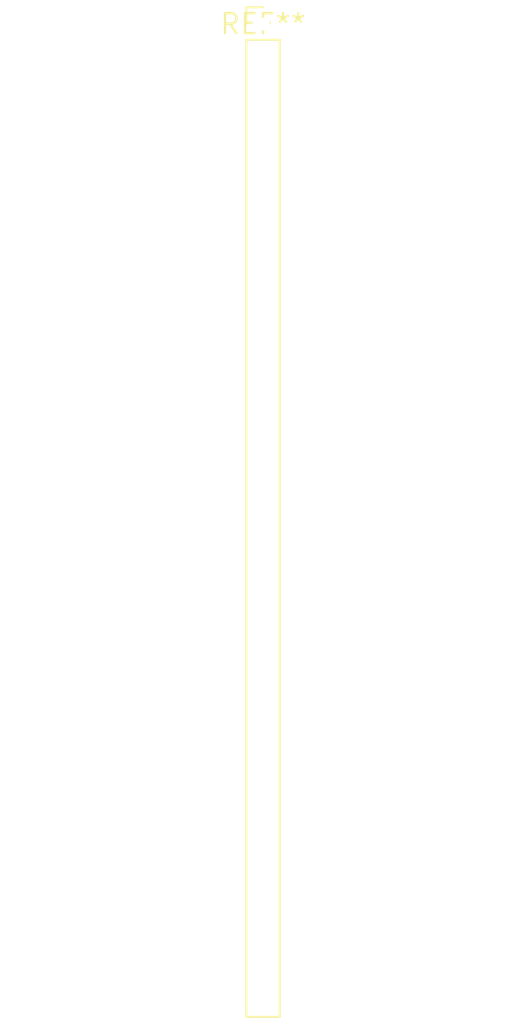
<source format=kicad_pcb>
(kicad_pcb (version 20240108) (generator pcbnew)
  (layers (0 "F.Cu" signal) (31 "B.Cu" signal) (34 "B.Paste" user) (35 "F.Paste" user) (36 "B.SilkS" user "B.Silkscreen") (37 "F.SilkS" user "F.Silkscreen") (38 "B.Mask" user) (39 "F.Mask" user) (44 "Edge.Cuts" user))
  (net 0 "")
  (footprint "PinHeader_1x32_P2.00mm_Vertical" (layer "F.Cu") (at 0 0)
    (property "Reference" "REF**")
    (property "Value" "PinHeader_1x32_P2.00mm_Vertical")
    (fp_line (start -1.06 -1.06) (end 0 -1.06) (layer "F.SilkS") (stroke (width 0.12)))
    (fp_line (start -1.06 0) (end -1.06 -1.06) (layer "F.SilkS") (stroke (width 0.12)))
    (fp_line (start -1.06 1) (end -1.06 63.06) (layer "F.SilkS") (stroke (width 0.12)))
    (fp_line (start -1.06 1) (end 1.06 1) (layer "F.SilkS") (stroke (width 0.12)))
    (fp_line (start -1.06 63.06) (end 1.06 63.06) (layer "F.SilkS") (stroke (width 0.12)))
    (fp_line (start 1.06 1) (end 1.06 63.06) (layer "F.SilkS") (stroke (width 0.12)))
    (pad "1" thru_hole rect (at 0 0) (size 1.35 1.35) (drill 0.8) (layers *.Cu *.Mask) (remove_unused_layers))
    (pad "2" thru_hole oval (at 0 2) (size 1.35 1.35) (drill 0.8) (layers *.Cu *.Mask) (remove_unused_layers))
    (pad "3" thru_hole oval (at 0 4) (size 1.35 1.35) (drill 0.8) (layers *.Cu *.Mask) (remove_unused_layers))
    (pad "4" thru_hole oval (at 0 6) (size 1.35 1.35) (drill 0.8) (layers *.Cu *.Mask) (remove_unused_layers))
    (pad "5" thru_hole oval (at 0 8) (size 1.35 1.35) (drill 0.8) (layers *.Cu *.Mask) (remove_unused_layers))
    (pad "6" thru_hole oval (at 0 10) (size 1.35 1.35) (drill 0.8) (layers *.Cu *.Mask) (remove_unused_layers))
    (pad "7" thru_hole oval (at 0 12) (size 1.35 1.35) (drill 0.8) (layers *.Cu *.Mask) (remove_unused_layers))
    (pad "8" thru_hole oval (at 0 14) (size 1.35 1.35) (drill 0.8) (layers *.Cu *.Mask) (remove_unused_layers))
    (pad "9" thru_hole oval (at 0 16) (size 1.35 1.35) (drill 0.8) (layers *.Cu *.Mask) (remove_unused_layers))
    (pad "10" thru_hole oval (at 0 18) (size 1.35 1.35) (drill 0.8) (layers *.Cu *.Mask) (remove_unused_layers))
    (pad "11" thru_hole oval (at 0 20) (size 1.35 1.35) (drill 0.8) (layers *.Cu *.Mask) (remove_unused_layers))
    (pad "12" thru_hole oval (at 0 22) (size 1.35 1.35) (drill 0.8) (layers *.Cu *.Mask) (remove_unused_layers))
    (pad "13" thru_hole oval (at 0 24) (size 1.35 1.35) (drill 0.8) (layers *.Cu *.Mask) (remove_unused_layers))
    (pad "14" thru_hole oval (at 0 26) (size 1.35 1.35) (drill 0.8) (layers *.Cu *.Mask) (remove_unused_layers))
    (pad "15" thru_hole oval (at 0 28) (size 1.35 1.35) (drill 0.8) (layers *.Cu *.Mask) (remove_unused_layers))
    (pad "16" thru_hole oval (at 0 30) (size 1.35 1.35) (drill 0.8) (layers *.Cu *.Mask) (remove_unused_layers))
    (pad "17" thru_hole oval (at 0 32) (size 1.35 1.35) (drill 0.8) (layers *.Cu *.Mask) (remove_unused_layers))
    (pad "18" thru_hole oval (at 0 34) (size 1.35 1.35) (drill 0.8) (layers *.Cu *.Mask) (remove_unused_layers))
    (pad "19" thru_hole oval (at 0 36) (size 1.35 1.35) (drill 0.8) (layers *.Cu *.Mask) (remove_unused_layers))
    (pad "20" thru_hole oval (at 0 38) (size 1.35 1.35) (drill 0.8) (layers *.Cu *.Mask) (remove_unused_layers))
    (pad "21" thru_hole oval (at 0 40) (size 1.35 1.35) (drill 0.8) (layers *.Cu *.Mask) (remove_unused_layers))
    (pad "22" thru_hole oval (at 0 42) (size 1.35 1.35) (drill 0.8) (layers *.Cu *.Mask) (remove_unused_layers))
    (pad "23" thru_hole oval (at 0 44) (size 1.35 1.35) (drill 0.8) (layers *.Cu *.Mask) (remove_unused_layers))
    (pad "24" thru_hole oval (at 0 46) (size 1.35 1.35) (drill 0.8) (layers *.Cu *.Mask) (remove_unused_layers))
    (pad "25" thru_hole oval (at 0 48) (size 1.35 1.35) (drill 0.8) (layers *.Cu *.Mask) (remove_unused_layers))
    (pad "26" thru_hole oval (at 0 50) (size 1.35 1.35) (drill 0.8) (layers *.Cu *.Mask) (remove_unused_layers))
    (pad "27" thru_hole oval (at 0 52) (size 1.35 1.35) (drill 0.8) (layers *.Cu *.Mask) (remove_unused_layers))
    (pad "28" thru_hole oval (at 0 54) (size 1.35 1.35) (drill 0.8) (layers *.Cu *.Mask) (remove_unused_layers))
    (pad "29" thru_hole oval (at 0 56) (size 1.35 1.35) (drill 0.8) (layers *.Cu *.Mask) (remove_unused_layers))
    (pad "30" thru_hole oval (at 0 58) (size 1.35 1.35) (drill 0.8) (layers *.Cu *.Mask) (remove_unused_layers))
    (pad "31" thru_hole oval (at 0 60) (size 1.35 1.35) (drill 0.8) (layers *.Cu *.Mask) (remove_unused_layers))
    (pad "32" thru_hole oval (at 0 62) (size 1.35 1.35) (drill 0.8) (layers *.Cu *.Mask) (remove_unused_layers))
  )
)
</source>
